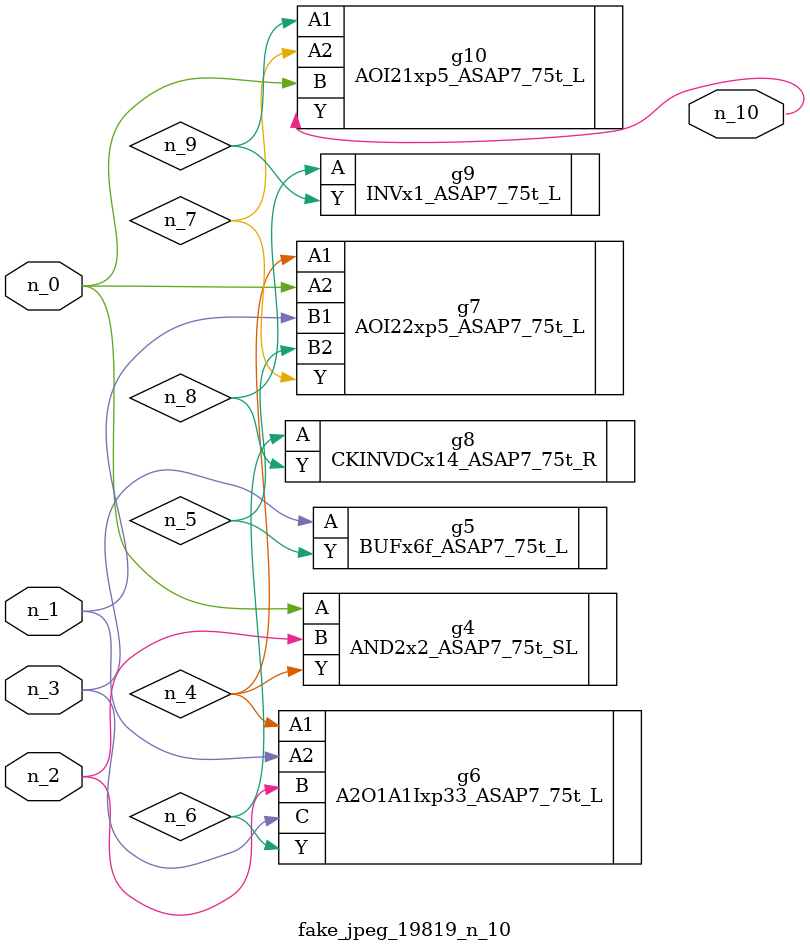
<source format=v>
module fake_jpeg_19819_n_10 (n_0, n_3, n_2, n_1, n_10);

input n_0;
input n_3;
input n_2;
input n_1;

output n_10;

wire n_4;
wire n_8;
wire n_9;
wire n_6;
wire n_5;
wire n_7;

AND2x2_ASAP7_75t_SL g4 ( 
.A(n_0),
.B(n_2),
.Y(n_4)
);

BUFx6f_ASAP7_75t_L g5 ( 
.A(n_3),
.Y(n_5)
);

A2O1A1Ixp33_ASAP7_75t_L g6 ( 
.A1(n_4),
.A2(n_1),
.B(n_2),
.C(n_3),
.Y(n_6)
);

CKINVDCx14_ASAP7_75t_R g8 ( 
.A(n_6),
.Y(n_8)
);

AOI22xp5_ASAP7_75t_L g7 ( 
.A1(n_4),
.A2(n_0),
.B1(n_1),
.B2(n_5),
.Y(n_7)
);

INVx1_ASAP7_75t_L g9 ( 
.A(n_8),
.Y(n_9)
);

AOI21xp5_ASAP7_75t_L g10 ( 
.A1(n_9),
.A2(n_7),
.B(n_0),
.Y(n_10)
);


endmodule
</source>
